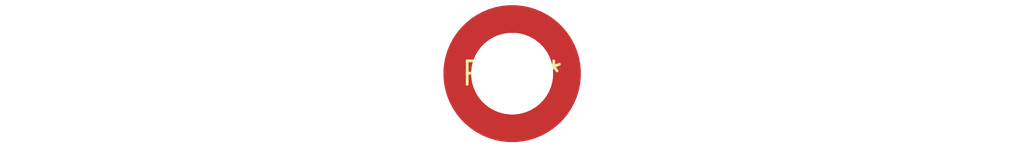
<source format=kicad_pcb>
(kicad_pcb (version 20240108) (generator pcbnew)
  (layers (0 "F.Cu" signal) (31 "B.Cu" signal) (34 "B.Paste" user) (35 "F.Paste" user) (36 "B.SilkS" user "B.Silkscreen") (37 "F.SilkS" user "F.Silkscreen") (38 "B.Mask" user) (39 "F.Mask" user) (44 "Edge.Cuts" user))
  (net 0 "")
  (footprint "Mounting_Wuerth_WA-SMST-3.3mm_H12mm_9774120960" (layer "F.Cu") (at 0 0)
    (property "Reference" "REF**")
    (property "Value" "Mounting_Wuerth_WA-SMST-3.3mm_H12mm_9774120960")
    (pad "" np_thru_hole circle (at 0 0) (size 4.4 4.4) (drill 4.4) (layers *.Cu *.Mask))
    (pad "1" smd circle (at -2.95 0) (size 1.1 1.1) (layers "F.Cu"))
    (pad "1" smd circle (at 0 -2.95) (size 1.1 1.1) (layers "F.Cu"))
    (pad "1" smd circle (at 0 2.95) (size 1.1 1.1) (layers "F.Cu"))
    (pad "1" smd custom (at 2.95 0) (size 1.1 1.1) (layers "F.Cu" "F.Mask") (options (clearance outline) (anchor circle)) (primitives (gr_circle (center -2.95 0) (end 0 0) (width 1.5) (fill no))))
  )
)
</source>
